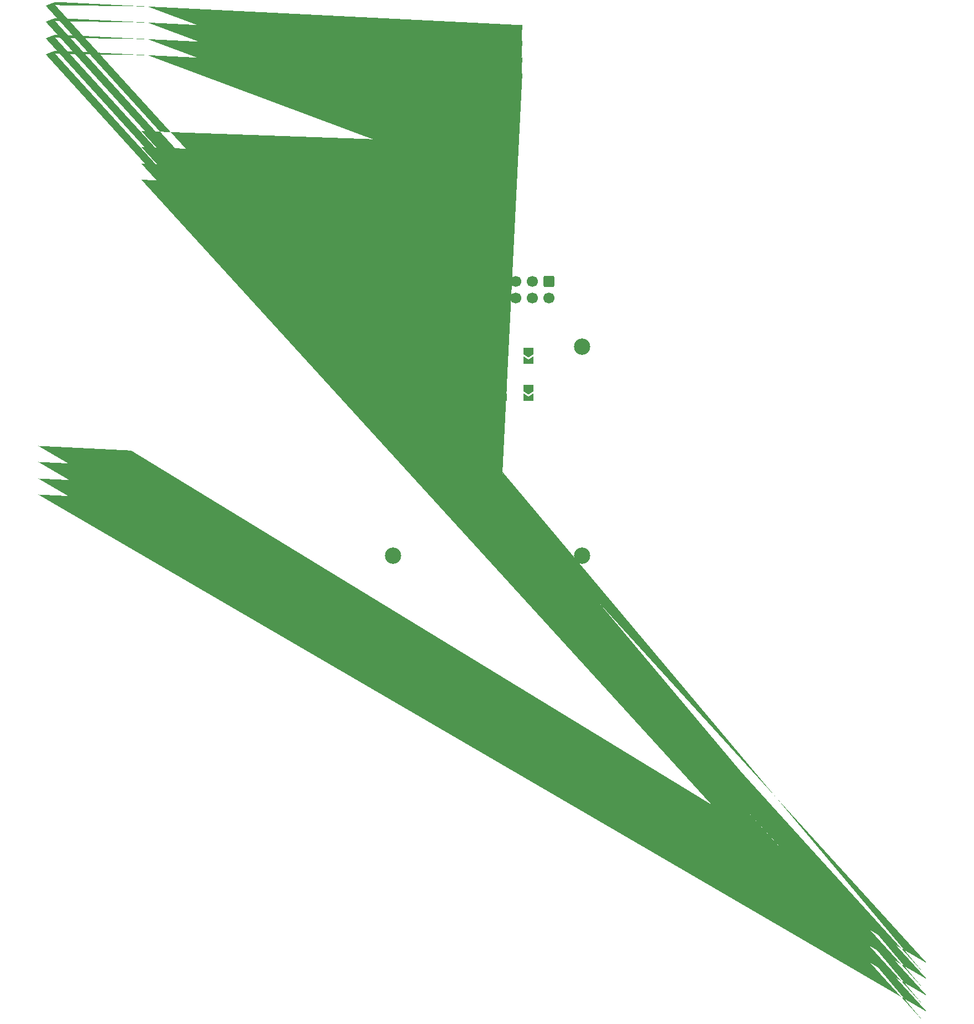
<source format=gts>
G04 #@! TF.GenerationSoftware,KiCad,Pcbnew,8.0.5*
G04 #@! TF.CreationDate,2024-12-03T22:20:25-06:00*
G04 #@! TF.ProjectId,project,70726f6a-6563-4742-9e6b-696361645f70,rev?*
G04 #@! TF.SameCoordinates,Original*
G04 #@! TF.FileFunction,Soldermask,Top*
G04 #@! TF.FilePolarity,Negative*
%FSLAX46Y46*%
G04 Gerber Fmt 4.6, Leading zero omitted, Abs format (unit mm)*
G04 Created by KiCad (PCBNEW 8.0.5) date 2024-12-03 22:20:25*
%MOMM*%
%LPD*%
G01*
G04 APERTURE LIST*
G04 Aperture macros list*
%AMRoundRect*
0 Rectangle with rounded corners*
0 $1 Rounding radius*
0 $2 $3 $4 $5 $6 $7 $8 $9 X,Y pos of 4 corners*
0 Add a 4 corners polygon primitive as box body*
4,1,4,$2,$3,$4,$5,$6,$7,$8,$9,$2,$3,0*
0 Add four circle primitives for the rounded corners*
1,1,$1+$1,$2,$3*
1,1,$1+$1,$4,$5*
1,1,$1+$1,$6,$7*
1,1,$1+$1,$8,$9*
0 Add four rect primitives between the rounded corners*
20,1,$1+$1,$2,$3,$4,$5,0*
20,1,$1+$1,$4,$5,$6,$7,0*
20,1,$1+$1,$6,$7,$8,$9,0*
20,1,$1+$1,$8,$9,$2,$3,0*%
%AMFreePoly0*
4,1,6,1.000000,0.000000,0.500000,-0.750000,-0.500000,-0.750000,-0.500000,0.750000,0.500000,0.750000,1.000000,0.000000,1.000000,0.000000,$1*%
%AMFreePoly1*
4,1,6,0.500000,-0.750000,-0.650000,-0.750000,-0.150000,0.000000,-0.650000,0.750000,0.500000,0.750000,0.500000,-0.750000,0.500000,-0.750000,$1*%
%AMFreePoly2*
4,1,70,1.014978,0.374947,1.208563,0.299952,1.385071,0.190662,1.538492,0.050801,1.663601,-0.114871,1.756138,-0.300710,1.812952,-0.500389,1.832107,-0.707107,1.812952,-0.913825,1.756138,-1.113504,1.663601,-1.299343,1.538492,-1.465015,1.385071,-1.604876,1.208563,-1.714166,1.014978,-1.789161,0.810909,-1.827308,0.603305,-1.827308,0.399236,-1.789161,0.205651,-1.714166,0.029143,-1.604876,
-0.124278,-1.465015,-0.249387,-1.299343,-0.341924,-1.113504,-0.398738,-0.913825,-0.417893,-0.707107,-0.172713,-0.707107,-0.153487,-0.890032,-0.096649,-1.064962,-0.004682,-1.224252,0.118393,-1.360941,0.267197,-1.469053,0.435228,-1.543866,0.615141,-1.582107,0.799073,-1.582107,0.978986,-1.543866,1.147017,-1.469053,1.295821,-1.360941,1.418896,-1.224252,1.510863,-1.064962,1.567701,-0.890032,
1.586927,-0.707107,1.567701,-0.524182,1.510863,-0.349252,1.418896,-0.189962,1.295821,-0.053273,1.147017,0.054839,0.978986,0.129652,0.799073,0.167893,0.615141,0.167893,0.435228,0.129652,0.267197,0.054839,0.118393,-0.053273,-0.004682,-0.189962,-0.096649,-0.349252,-0.153487,-0.524182,-0.172713,-0.707107,-0.417893,-0.707107,-0.398738,-0.500389,-0.341924,-0.300710,-0.249387,-0.114871,
-0.124278,0.050801,-0.075343,0.095409,-0.062500,0.108253,-0.060736,0.108725,0.029143,0.190662,0.205651,0.299952,0.399236,0.374947,0.603305,0.413094,0.810909,0.413094,1.014978,0.374947,1.014978,0.374947,$1*%
%AMFreePoly3*
4,1,70,-0.399236,0.374947,-0.205651,0.299952,-0.029143,0.190662,0.060736,0.108725,0.062500,0.108253,0.075343,0.095409,0.124278,0.050801,0.249387,-0.114871,0.341924,-0.300710,0.398738,-0.500389,0.417893,-0.707107,0.398738,-0.913825,0.341924,-1.113504,0.249387,-1.299343,0.124278,-1.465015,-0.029143,-1.604876,-0.205651,-1.714166,-0.399236,-1.789161,-0.603305,-1.827308,-0.810909,-1.827308,
-1.014978,-1.789161,-1.208563,-1.714166,-1.385071,-1.604876,-1.538492,-1.465015,-1.663601,-1.299343,-1.756138,-1.113504,-1.812952,-0.913825,-1.832107,-0.707107,-1.586927,-0.707107,-1.567701,-0.890032,-1.510863,-1.064962,-1.418896,-1.224252,-1.295821,-1.360941,-1.147017,-1.469053,-0.978986,-1.543866,-0.799073,-1.582107,-0.615141,-1.582107,-0.435228,-1.543866,-0.267197,-1.469053,-0.118393,-1.360941,
0.004682,-1.224252,0.096649,-1.064962,0.153487,-0.890032,0.172713,-0.707107,0.153487,-0.524182,0.096649,-0.349252,0.004682,-0.189962,-0.118393,-0.053273,-0.267197,0.054839,-0.435228,0.129652,-0.615141,0.167893,-0.799073,0.167893,-0.978986,0.129652,-1.147017,0.054839,-1.295821,-0.053273,-1.418896,-0.189962,-1.510863,-0.349252,-1.567701,-0.524182,-1.586927,-0.707107,-1.832107,-0.707107,
-1.812952,-0.500389,-1.756138,-0.300710,-1.663601,-0.114871,-1.538492,0.050801,-1.385071,0.190662,-1.208563,0.299952,-1.014978,0.374947,-0.810909,0.413094,-0.603305,0.413094,-0.399236,0.374947,-0.399236,0.374947,$1*%
G04 Aperture macros list end*
%ADD10R,1.700000X1.700000*%
%ADD11FreePoly0,270.000000*%
%ADD12FreePoly1,270.000000*%
%ADD13RoundRect,0.250000X-0.600000X0.600000X-0.600000X-0.600000X0.600000X-0.600000X0.600000X0.600000X0*%
%ADD14C,1.700000*%
%ADD15FreePoly2,0.000000*%
%ADD16FreePoly3,0.000000*%
%ADD17C,0.750000*%
%ADD18C,2.500000*%
G04 APERTURE END LIST*
D10*
X49780000Y-57465000D03*
D11*
X68030000Y-71610000D03*
D12*
X68030000Y-73060000D03*
D13*
X75160000Y-60965000D03*
D14*
X75160000Y-63505000D03*
X72620000Y-60965000D03*
X72620000Y-63505000D03*
X70080000Y-60965000D03*
X70080000Y-63505000D03*
X67540000Y-60965000D03*
X67540000Y-63505000D03*
X65000000Y-60965000D03*
X65000000Y-63505000D03*
X62460000Y-60965000D03*
X62460000Y-63505000D03*
X59920000Y-60965000D03*
X59920000Y-63505000D03*
X57380000Y-60965000D03*
X57380000Y-63505000D03*
D11*
X68030000Y-77335000D03*
D12*
X68030000Y-78785000D03*
D11*
X60030000Y-71610000D03*
D12*
X60030000Y-73060000D03*
D11*
X64030000Y-77335000D03*
D12*
X64030000Y-78785000D03*
D11*
X72030000Y-77335000D03*
D12*
X72030000Y-78785000D03*
D11*
X60030000Y-77335000D03*
D12*
X60030000Y-78785000D03*
D11*
X72030000Y-71610000D03*
D12*
X72030000Y-73060000D03*
D11*
X64030000Y-71610000D03*
D12*
X64030000Y-73060000D03*
D15*
X63822893Y-89627893D03*
X63822893Y-92127893D03*
X63822893Y-94627893D03*
D16*
X67737107Y-89627893D03*
X67737107Y-92127893D03*
X67737107Y-94627893D03*
D15*
X63822893Y-97127893D03*
D16*
X67737107Y-97127893D03*
D17*
X64530000Y-90335000D03*
X64530000Y-92835000D03*
X64530000Y-95335000D03*
X67030000Y-90335000D03*
X67030000Y-92835000D03*
X67030000Y-95335000D03*
X64530000Y-97835000D03*
X67030000Y-97835000D03*
D18*
X80280000Y-102965000D03*
X51280000Y-102965000D03*
X80280000Y-70965000D03*
X51280000Y-70965000D03*
M02*

</source>
